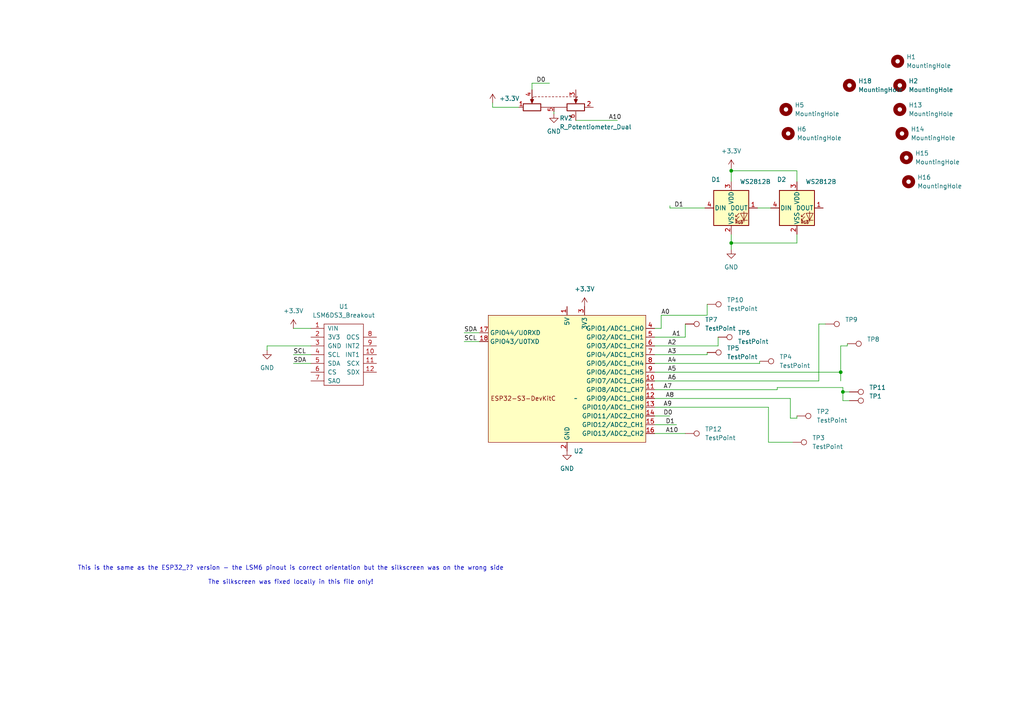
<source format=kicad_sch>
(kicad_sch (version 20231120) (generator "eeschema") (generator_version "8.0")
  (paper "A4")
  (lib_symbols
    (symbol "+3.3V_1" (power) (pin_numbers hide) (pin_names (offset 0) hide)
      (property "Value" "+3.3V" (at 0 3.556 0))
      (symbol "+3.3V_1_0_1"
        (polyline (pts (xy -0.762 1.27) (xy 0 2.54)))
        (polyline (pts (xy 0 0) (xy 0 2.54)))
        (polyline (pts (xy 0 2.54) (xy 0.762 1.27)))
      )
      (symbol "+3.3V_1_1_1"
        (pin power_in line (at 0 0 90) (length 0) (name "~") (number "1"))
      )
    )
    (symbol "Connector:TestPoint" (pin_numbers hide) (pin_names (offset 0.762) hide)
      (property "Reference" "TP" (at 0 6.858 0))
      (property "Value" "TestPoint" (at 0 5.08 0))
      (symbol "TestPoint_0_1"
        (circle (center 0 3.302) (radius 0.762))
      )
      (symbol "TestPoint_1_1"
        (pin passive line (at 0 0 90) (length 2.54) (name "1") (number "1"))
      )
    )
    (symbol "GND_1" (power) (pin_numbers hide) (pin_names (offset 0) hide)
      (property "Value" "GND" (at 0 -3.81 0))
      (symbol "GND_1_0_1"
        (polyline (pts (xy 0 0) (xy 0 -1.27) (xy 1.27 -1.27) (xy 0 -2.54) (xy -1.27 -1.27) (xy 0 -1.27)))
      )
      (symbol "GND_1_1_1"
        (pin power_in line (at 0 0 270) (length 0) (name "~") (number "1"))
      )
    )
    (symbol "LSM6DS3_Breakout:LSM6DS3_Breakout" (pin_names (offset 1.016))
      (property "Reference" "U" (at 0 0 0))
      (property "Value" "LSM6DS3_Breakout" (at -5.334 4.572 0))
      (symbol "LSM6DS3_Breakout_0_1"
        (polyline (pts (xy -10.16 -15.24) (xy -10.16 -16.51)))
        (polyline (pts (xy -10.16 -15.24) (xy -10.16 1.27) (xy 1.27 1.27) (xy 1.27 -15.24) (xy 1.27 -16.51) (xy -10.16 -16.51)))
      )
      (symbol "LSM6DS3_Breakout_1_1"
        (pin input line (at -13.97 0 0) (length 3.81) (name "VIN") (number "1"))
        (pin output line (at 5.08 -7.62 180) (length 3.81) (name "INT1") (number "10"))
        (pin input line (at 5.08 -10.16 180) (length 3.81) (name "SCX") (number "11"))
        (pin bidirectional line (at 5.08 -12.7 180) (length 3.81) (name "SDX") (number "12"))
        (pin input line (at -13.97 -2.54 0) (length 3.81) (name "3V3") (number "2"))
        (pin power_in line (at -13.97 -5.08 0) (length 3.81) (name "GND") (number "3"))
        (pin input line (at -13.97 -7.62 0) (length 3.81) (name "SCL") (number "4"))
        (pin bidirectional line (at -13.97 -10.16 0) (length 3.81) (name "SDA") (number "5"))
        (pin input line (at -13.97 -12.7 0) (length 3.81) (name "CS") (number "6"))
        (pin input line (at -13.97 -15.24 0) (length 3.81) (name "SAO") (number "7"))
        (pin input line (at 5.08 -2.54 180) (length 3.81) (name "OCS") (number "8"))
        (pin output line (at 5.08 -5.08 180) (length 3.81) (name "INT2") (number "9"))
      )
    )
    (symbol "Mechanical:MountingHole" (pin_names (offset 1.016))
      (property "Reference" "H" (at 0 5.08 0))
      (property "Value" "MountingHole" (at 0 3.175 0))
      (symbol "MountingHole_0_1"
        (circle (center 0 0) (radius 1.27) (stroke (width 1.27)))
      )
    )
    (symbol "hattwick:R_Potentiometer_Dual_Wheel" (pin_names (offset 1.016) hide)
      (property "Reference" "RV" (at 0 3.81 0))
      (property "Value" "R_Potentiometer_Dual" (at 0 1.905 0))
      (symbol "R_Potentiometer_Dual_Wheel_0_1"
        (rectangle (start -8.89 -1.524) (end -3.81 -3.556) (stroke (width 0.254)))
        (polyline (pts (xy -6.35 0) (xy -6.35 -1.016)))
        (polyline (pts (xy -6.35 0) (xy -6.35 -1.016)))
        (polyline (pts (xy -6.35 0) (xy -5.842 0.508)))
        (polyline (pts (xy -5.588 0.508) (xy -5.08 0.508)))
        (polyline (pts (xy -4.572 0.508) (xy -4.064 0.508)))
        (polyline (pts (xy -3.81 -2.54) (xy 3.81 -2.54)))
        (polyline (pts (xy -3.556 0.508) (xy -3.048 0.508)))
        (polyline (pts (xy -2.54 0.508) (xy -2.032 0.508)))
        (polyline (pts (xy -1.524 0.508) (xy -1.016 0.508)))
        (polyline (pts (xy -0.508 0.508) (xy 0 0.508)))
        (polyline (pts (xy 0.508 0.508) (xy 1.016 0.508)))
        (polyline (pts (xy 1.524 0.508) (xy 2.032 0.508)))
        (polyline (pts (xy 2.54 0.508) (xy 3.048 0.508)))
        (polyline (pts (xy 3.556 0.508) (xy 4.064 0.508)))
        (polyline (pts (xy 4.572 0.508) (xy 5.08 0.508)))
        (polyline (pts (xy 5.588 0.508) (xy 6.096 0.508)))
        (polyline (pts (xy 6.35 0) (xy 6.35 -1.016)))
        (polyline (pts (xy 6.35 0) (xy 6.35 -1.016)))
        (polyline (pts (xy 6.604 0.508) (xy 6.858 0.508) (xy 6.35 0)))
        (polyline (pts (xy -6.35 -1.397) (xy -6.858 -0.254) (xy -5.842 -0.254) (xy -6.35 -1.397)) (fill (type outline)))
        (polyline (pts (xy 6.35 -1.397) (xy 5.842 -0.254) (xy 6.858 -0.254) (xy 6.35 -1.397)) (fill (type outline)))
        (rectangle (start 3.81 -1.524) (end 8.89 -3.556) (stroke (width 0.254)))
      )
      (symbol "R_Potentiometer_Dual_Wheel_1_0"
        (pin passive line (at 6.35 -6.35 90) (length 2.54) (name "Shield") (number "6"))
      )
      (symbol "R_Potentiometer_Dual_Wheel_1_1"
        (pin passive line (at -10.16 -2.54 0) (length 1.27) (name "1A") (number "1"))
        (pin passive line (at 11.43 -2.54 180) (length 2.54) (name "2B") (number "2"))
        (pin passive line (at 6.35 2.54 270) (length 2.54) (name "2-Wiper") (number "3"))
        (pin passive line (at -6.35 2.54 270) (length 2.54) (name "1-Wiper") (number "4"))
        (pin passive line (at 0 -3.81 90) (length 1.27) (name "Common") (number "5"))
      )
    )
    (symbol "hattwick:WS2812B_THT_5MM" (pin_names (offset 0.254))
      (property "Reference" "D" (at 5.08 5.715 0))
      (property "Value" "WS2812B" (at 1.27 -5.715 0))
      (symbol "WS2812B_THT_5MM_0_0"
        (text "RGB" (at 2.286 -4.191 0) (effects (font (size 0.762 0.762))))
      )
      (symbol "WS2812B_THT_5MM_0_1"
        (rectangle (start -5.08 5.08) (end 5.08 -5.08) (stroke (width 0.254)) (fill (type background)))
        (polyline (pts (xy 1.27 -3.556) (xy 1.778 -3.556)))
        (polyline (pts (xy 1.27 -2.54) (xy 1.778 -2.54)))
        (polyline (pts (xy 4.699 -3.556) (xy 2.667 -3.556)))
        (polyline (pts (xy 2.286 -2.54) (xy 1.27 -3.556) (xy 1.27 -3.048)))
        (polyline (pts (xy 2.286 -1.524) (xy 1.27 -2.54) (xy 1.27 -2.032)))
        (polyline (pts (xy 3.683 -1.016) (xy 3.683 -3.556) (xy 3.683 -4.064)))
        (polyline (pts (xy 4.699 -1.524) (xy 2.667 -1.524) (xy 3.683 -3.556) (xy 4.699 -1.524)))
      )
      (symbol "WS2812B_THT_5MM_1_1"
        (pin output line (at 7.62 0 180) (length 2.54) (name "DOUT") (number "1"))
        (pin power_in line (at 0 -7.62 90) (length 2.54) (name "VSS") (number "2"))
        (pin power_in line (at 0 7.62 270) (length 2.54) (name "VDD") (number "3"))
        (pin input line (at -7.62 0 0) (length 2.54) (name "DIN") (number "4"))
      )
    )
    (symbol "hattwick:Wifiduino-ESP32S3"
      (property "Reference" "U" (at -22.86 46.99 0))
      (symbol "Wifiduino-ESP32S3_0_0"
        (text "ESP32-S3-DevKitC" (at -15.24 0 0) (effects (font (size 1.27 1.27))))
      )
      (symbol "Wifiduino-ESP32S3_0_1"
        (rectangle (start -25.4 24.13) (end 20.32 -12.7) (fill (type background)))
      )
      (symbol "Wifiduino-ESP32S3_1_0"
        (pin bidirectional line (at 22.86 -10.16 180) (length 2.54) (name "GPIO13/ADC2_CH2") (number "16"))
        (pin bidirectional line (at -27.94 19.05 0) (length 2.54) (name "GPIO44/U0RXD") (number "17"))
        (pin bidirectional line (at -27.94 16.51 0) (length 2.54) (name "GPIO43/U0TXD") (number "18"))
        (pin power_in line (at -2.54 -15.24 90) (length 2.54) (name "GND") (number "2"))
        (pin bidirectional line (at 22.86 20.32 180) (length 2.54) (name "GPIO1/ADC1_CH0") (number "4"))
        (pin bidirectional line (at 22.86 17.78 180) (length 2.54) (name "GPIO2/ADC1_CH1") (number "5"))
      )
      (symbol "Wifiduino-ESP32S3_1_1"
        (pin power_in line (at -2.54 26.67 270) (length 2.54) (name "5V") (number "1"))
        (pin bidirectional line (at 22.86 5.08 180) (length 2.54) (name "GPIO7/ADC1_CH6") (number "10"))
        (pin bidirectional line (at 22.86 2.54 180) (length 2.54) (name "GPIO8/ADC1_CH7") (number "11"))
        (pin bidirectional line (at 22.86 0 180) (length 2.54) (name "GPIO9/ADC1_CH8") (number "12"))
        (pin bidirectional line (at 22.86 -2.54 180) (length 2.54) (name "GPIO10/ADC1_CH9") (number "13"))
        (pin bidirectional line (at 22.86 -5.08 180) (length 2.54) (name "GPIO11/ADC2_CH0") (number "14"))
        (pin bidirectional line (at 22.86 -7.62 180) (length 2.54) (name "GPIO12/ADC2_CH1") (number "15"))
        (pin power_in line (at 2.54 26.67 270) (length 2.54) (name "3V3") (number "3"))
        (pin bidirectional line (at 22.86 15.24 180) (length 2.54) (name "GPIO3/ADC1_CH2") (number "6"))
        (pin bidirectional line (at 22.86 12.7 180) (length 2.54) (name "GPIO4/ADC1_CH3") (number "7"))
        (pin bidirectional line (at 22.86 10.16 180) (length 2.54) (name "GPIO5/ADC1_CH4") (number "8"))
        (pin bidirectional line (at 22.86 7.62 180) (length 2.54) (name "GPIO6/ADC1_CH5") (number "9"))
      )
    )
    (symbol "power:+3.3V" (power) (pin_names (offset 0))
      (property "Value" "+3.3V" (at 0 3.556 0))
      (symbol "+3.3V_0_1"
        (polyline (pts (xy -0.762 1.27) (xy 0 2.54)))
        (polyline (pts (xy 0 0) (xy 0 2.54)))
        (polyline (pts (xy 0 2.54) (xy 0.762 1.27)))
      )
      (symbol "+3.3V_1_1"
        (pin power_in line (at 0 0 90) (length 0) hide (name "+3.3V") (number "1"))
      )
    )
    (symbol "power:GND" (power) (pin_names (offset 0))
      (property "Value" "GND" (at 0 -3.81 0))
      (symbol "GND_0_1"
        (polyline (pts (xy 0 0) (xy 0 -1.27) (xy 1.27 -1.27) (xy 0 -2.54) (xy -1.27 -1.27) (xy 0 -1.27)))
      )
      (symbol "GND_1_1"
        (pin power_in line (at 0 0 270) (length 0) hide (name "GND") (number "1"))
      )
    )
  )
  (junction (at 212.09 49.53))
  (junction (at 212.09 70.485))
  (junction (at 243.84 107.95))
  (junction (at 244.475 113.665))
  (wire (pts (xy 220.345 104.775) (xy 220.345 105.41)))
  (wire (pts (xy 142.875 29.845) (xy 142.875 31.115)))
  (wire (pts (xy 189.865 120.65) (xy 194.31 120.65)))
  (wire (pts (xy 191.77 91.44) (xy 191.77 95.25)))
  (wire (pts (xy 189.865 107.95) (xy 243.84 107.95)))
  (wire (pts (xy 244.475 116.205) (xy 244.475 113.665)))
  (wire (pts (xy 244.475 113.665) (xy 246.38 113.665)))
  (wire (pts (xy 229.87 128.27) (xy 222.885 128.27)))
  (wire (pts (xy 191.77 95.25) (xy 189.865 95.25)))
  (wire (pts (xy 85.09 105.41) (xy 90.17 105.41)))
  (wire (pts (xy 150.495 31.115) (xy 142.875 31.115)))
  (wire (pts (xy 208.28 100.33) (xy 189.865 100.33)))
  (wire (pts (xy 154.305 24.13) (xy 154.305 26.035)))
  (wire (pts (xy 85.09 102.87) (xy 90.17 102.87)))
  (wire (pts (xy 246.38 116.205) (xy 244.475 116.205)))
  (wire (pts (xy 212.09 49.53) (xy 231.14 49.53)))
  (wire (pts (xy 134.62 99.06) (xy 139.065 99.06)))
  (wire (pts (xy 85.09 95.25) (xy 90.17 95.25)))
  (wire (pts (xy 244.475 112.395) (xy 244.475 113.665)))
  (wire (pts (xy 189.865 110.49) (xy 237.49 110.49)))
  (wire (pts (xy 231.14 120.65) (xy 231.14 121.285)))
  (wire (pts (xy 198.755 97.79) (xy 189.865 97.79)))
  (wire (pts (xy 134.62 96.52) (xy 139.065 96.52)))
  (wire (pts (xy 212.09 48.895) (xy 212.09 49.53)))
  (wire (pts (xy 208.28 97.79) (xy 208.28 100.33)))
  (wire (pts (xy 160.655 32.385) (xy 160.655 33.02)))
  (wire (pts (xy 77.47 100.33) (xy 90.17 100.33)))
  (wire (pts (xy 243.84 100.33) (xy 243.84 107.95)))
  (wire (pts (xy 245.745 100.33) (xy 243.84 100.33)))
  (wire (pts (xy 205.105 91.44) (xy 191.77 91.44)))
  (wire (pts (xy 212.09 70.485) (xy 231.14 70.485)))
  (wire (pts (xy 219.71 60.325) (xy 223.52 60.325)))
  (wire (pts (xy 229.235 121.285) (xy 229.235 115.57)))
  (wire (pts (xy 167.005 34.925) (xy 179.07 34.925)))
  (wire (pts (xy 212.09 70.485) (xy 212.09 72.39)))
  (wire (pts (xy 189.865 125.73) (xy 198.755 125.73)))
  (wire (pts (xy 243.84 107.95) (xy 243.84 110.49)))
  (wire (pts (xy 231.14 67.945) (xy 231.14 70.485)))
  (wire (pts (xy 222.885 128.27) (xy 222.885 118.11)))
  (wire (pts (xy 231.14 121.285) (xy 229.235 121.285)))
  (wire (pts (xy 231.14 52.705) (xy 231.14 49.53)))
  (wire (pts (xy 205.105 102.235) (xy 205.105 102.87)))
  (wire (pts (xy 212.09 67.945) (xy 212.09 70.485)))
  (wire (pts (xy 237.49 93.98) (xy 237.49 110.49)))
  (wire (pts (xy 225.425 112.395) (xy 225.425 113.03)))
  (wire (pts (xy 222.885 118.11) (xy 189.865 118.11)))
  (wire (pts (xy 229.235 115.57) (xy 189.865 115.57)))
  (wire (pts (xy 225.425 113.03) (xy 189.865 113.03)))
  (wire (pts (xy 205.105 88.265) (xy 205.105 91.44)))
  (wire (pts (xy 205.105 102.87) (xy 189.865 102.87)))
  (wire (pts (xy 194.31 59.69) (xy 194.31 60.325)))
  (wire (pts (xy 189.865 123.19) (xy 196.215 123.19)))
  (wire (pts (xy 198.755 93.98) (xy 198.755 97.79)))
  (wire (pts (xy 77.47 101.6) (xy 77.47 100.33)))
  (wire (pts (xy 154.305 24.13) (xy 159.385 24.13)))
  (wire (pts (xy 225.425 112.395) (xy 244.475 112.395)))
  (wire (pts (xy 239.395 93.98) (xy 237.49 93.98)))
  (wire (pts (xy 212.09 49.53) (xy 212.09 52.705)))
  (wire (pts (xy 204.47 60.325) (xy 194.31 60.325)))
  (wire (pts (xy 220.345 105.41) (xy 189.865 105.41)))
  (wire (pts (xy 245.745 99.695) (xy 245.745 100.33)))
  (text "This is the same as the ESP32_?? version - the LSM6 pinout is correct orientation but the silkscreen was on the wrong side\n\nThe silkscreen was fixed locally in this file only!" (at 84.328 166.878 0) (effects (font (size 1.27 1.27))))
  (label "A9" (at 192.405 118.11 0))
  (label "A4" (at 193.675 105.41 0))
  (label "D0" (at 155.575 24.13 0))
  (label "SCL" (at 85.09 102.87 0))
  (label "SCL" (at 134.62 99.06 0))
  (label "SDA" (at 85.09 105.41 0))
  (label "A2" (at 193.675 100.33 0))
  (label "A0" (at 191.77 91.44 0))
  (label "A3" (at 193.675 102.87 0))
  (label "SDA" (at 134.62 96.52 0))
  (label "A10" (at 176.53 34.925 0))
  (label "A10" (at 193.04 125.73 0))
  (label "D1" (at 195.58 60.325 0))
  (label "A8" (at 193.04 115.57 0))
  (label "A7" (at 192.405 113.03 0))
  (label "D1" (at 193.04 123.19 0))
  (label "D0" (at 192.405 120.65 0))
  (label "A6" (at 193.675 110.49 0))
  (label "A5" (at 193.675 107.95 0))
  (label "A1" (at 194.945 97.79 0))
  (symbol (lib_id "Connector:TestPoint") (at 208.28 97.79 270) (unit 1)
    (property "Reference" "TP6" (at 213.995 96.52 90) (effects (justify left)))
    (property "Value" "TestPoint" (at 213.995 99.06 90) (effects (justify left)))
    (property "Footprint" "ih_kicad:recorder-touchpad" (effects (hide yes)))
  )
  (symbol (lib_id "Connector:TestPoint") (at 198.755 125.73 270) (unit 1)
    (property "Reference" "TP12" (at 204.47 124.46 90) (effects (justify left)))
    (property "Value" "TestPoint" (at 204.47 127 90) (effects (justify left)))
    (property "Footprint" "ih_kicad:recorder-touchpad-alt-up" (effects (hide yes)))
  )
  (symbol (lib_id "hattwick:R_Potentiometer_Dual_Wheel") (at 160.655 28.575 0) (unit 1)
    (property "Reference" "RV2" (at 162.3061 34.29 0) (effects (justify left)))
    (property "Value" "R_Potentiometer_Dual" (at 162.3061 36.83 0) (effects (justify left)))
    (property "Footprint" "ih_kicad:potentiometer_wheel_10mm_SMD-shield" (effects (hide yes)))
  )
  (symbol (lib_id "power:GND") (at 212.09 72.39 0) (unit 1)
    (property "Reference" "#PWR04" (effects (hide yes)))
    (property "Value" "GND" (at 212.09 77.47 0))
  )
  (symbol (lib_id "Connector:TestPoint") (at 231.14 120.65 270) (unit 1)
    (property "Reference" "TP2" (at 236.855 119.38 90) (effects (justify left)))
    (property "Value" "TestPoint" (at 236.855 121.92 90) (effects (justify left)))
    (property "Footprint" "ih_kicad:recorder-touchpad" (effects (hide yes)))
  )
  (symbol (lib_id "hattwick:WS2812B_THT_5MM") (at 212.09 60.325 0) (unit 1)
    (property "Reference" "D1" (at 207.645 52.07 0))
    (property "Value" "WS2812B" (at 219.075 52.705 0))
    (property "Footprint" "LED_THT:LED_D5.0mm-4_RGB_Wide_Pins" (effects (hide yes)))
    (property "Datasheet" "https://cdn-shop.adafruit.com/datasheets/WS2812B.pdf" (effects (hide yes)))
  )
  (symbol (lib_id "Connector:TestPoint") (at 229.87 128.27 270) (unit 1)
    (property "Reference" "TP3" (at 235.585 127 90) (effects (justify left)))
    (property "Value" "TestPoint" (at 235.585 129.54 90) (effects (justify left)))
    (property "Footprint" "ih_kicad:recorder-touchpad" (effects (hide yes)))
  )
  (symbol (lib_id "Mechanical:MountingHole") (at 227.965 31.75 0) (unit 1)
    (property "Reference" "H5" (at 230.505 30.48 0) (effects (justify left)))
    (property "Value" "MountingHole" (at 230.505 33.02 0) (effects (justify left)))
    (property "Footprint" "MountingHole:MountingHole_3.2mm_M3_ISO14580" (effects (hide yes)))
  )
  (symbol (lib_id "Mechanical:MountingHole") (at 246.38 24.765 0) (unit 1)
    (property "Reference" "H18" (at 248.92 23.495 0) (effects (justify left)))
    (property "Value" "MountingHole" (at 248.92 26.035 0) (effects (justify left)))
    (property "Footprint" "MountingHole:MountingHole_4.5mm" (effects (hide yes)))
  )
  (symbol (lib_id "power:GND") (at 160.655 33.02 0) (unit 1)
    (property "Reference" "#PWR05" (effects (hide yes)))
    (property "Value" "GND" (at 160.655 38.1 0))
  )
  (symbol (lib_name "GND_1") (lib_id "power:GND") (at 77.47 101.6 0) (unit 1)
    (property "Reference" "#PWR09" (effects (hide yes)))
    (property "Value" "GND" (at 77.47 106.68 0))
    (property "Description" "Power symbol creates a global label with name \"GND\" , ground" (effects (hide yes)))
  )
  (symbol (lib_id "hattwick:WS2812B_THT_5MM") (at 231.14 60.325 0) (unit 1)
    (property "Reference" "D2" (at 226.695 52.07 0))
    (property "Value" "WS2812B" (at 238.125 52.705 0))
    (property "Footprint" "LED_THT:LED_D5.0mm-4_RGB_Wide_Pins" (effects (hide yes)))
    (property "Datasheet" "https://cdn-shop.adafruit.com/datasheets/WS2812B.pdf" (effects (hide yes)))
  )
  (symbol (lib_id "Mechanical:MountingHole") (at 260.985 24.765 0) (unit 1)
    (property "Reference" "H2" (at 263.525 23.495 0) (effects (justify left)))
    (property "Value" "MountingHole" (at 263.525 26.035 0) (effects (justify left)))
    (property "Footprint" "MountingHole:MountingHole_4.5mm" (effects (hide yes)))
  )
  (symbol (lib_id "Connector:TestPoint") (at 246.38 116.205 270) (unit 1)
    (property "Reference" "TP1" (at 252.095 114.935 90) (effects (justify left)))
    (property "Value" "TestPoint" (effects (hide yes)))
    (property "Footprint" "ih_kicad:recorder-touchpad" (effects (hide yes)))
  )
  (symbol (lib_id "Mechanical:MountingHole") (at 263.525 52.705 0) (unit 1)
    (property "Reference" "H16" (at 266.065 51.435 0) (effects (justify left)))
    (property "Value" "MountingHole" (at 266.065 53.975 0) (effects (justify left)))
    (property "Footprint" "MountingHole:MountingHole_4.5mm" (effects (hide yes)))
  )
  (symbol (lib_id "hattwick:Wifiduino-ESP32S3") (at 167.005 115.57 0) (unit 1)
    (property "Reference" "U2" (at 166.4209 130.81 0) (effects (justify left)))
    (property "Value" "~" (at 167.005 115.57 0))
    (property "Footprint" "ih_kicad:Wifiduino-ESP32S3-SMD" (effects (hide yes)))
  )
  (symbol (lib_id "Connector:TestPoint") (at 220.345 104.775 270) (unit 1)
    (property "Reference" "TP4" (at 226.06 103.505 90) (effects (justify left)))
    (property "Value" "TestPoint" (at 226.06 106.045 90) (effects (justify left)))
    (property "Footprint" "ih_kicad:recorder-touchpad" (effects (hide yes)))
  )
  (symbol (lib_id "power:+3.3V") (at 169.545 88.9 0) (unit 1)
    (property "Reference" "#PWR02" (effects (hide yes)))
    (property "Value" "+3.3V" (at 169.545 83.82 0))
  )
  (symbol (lib_id "Connector:TestPoint") (at 245.745 99.695 270) (unit 1)
    (property "Reference" "TP8" (at 251.46 98.425 90) (effects (justify left)))
    (property "Value" "TestPoint" (effects (hide yes)))
    (property "Footprint" "ih_kicad:recorder-touchpad-alt-up" (effects (hide yes)))
  )
  (symbol (lib_id "LSM6DS3_Breakout:LSM6DS3_Breakout") (at 104.14 95.25 0) (unit 1)
    (property "Reference" "U1" (at 99.695 88.9 0))
    (property "Value" "LSM6DS3_Breakout" (at 99.695 91.44 0))
    (property "Footprint" "ih_kicad:LSM6DS3_Breakout_oneSide" (effects (hide yes)))
  )
  (symbol (lib_id "Connector:TestPoint") (at 239.395 93.98 270) (unit 1)
    (property "Reference" "TP9" (at 245.11 92.71 90) (effects (justify left)))
    (property "Value" "TestPoint" (effects (hide yes)))
    (property "Footprint" "ih_kicad:recorder-touchtrack_120mm" (effects (hide yes)))
  )
  (symbol (lib_id "power:GND") (at 164.465 130.81 0) (unit 1)
    (property "Reference" "#PWR01" (effects (hide yes)))
    (property "Value" "GND" (at 164.465 135.89 0))
  )
  (symbol (lib_id "Mechanical:MountingHole") (at 261.62 38.735 0) (unit 1)
    (property "Reference" "H14" (at 264.16 37.465 0) (effects (justify left)))
    (property "Value" "MountingHole" (at 264.16 40.005 0) (effects (justify left)))
    (property "Footprint" "MountingHole:MountingHole_4.5mm" (effects (hide yes)))
  )
  (symbol (lib_id "Connector:TestPoint") (at 198.755 93.98 270) (unit 1)
    (property "Reference" "TP7" (at 204.47 92.71 90) (effects (justify left)))
    (property "Value" "TestPoint" (at 204.47 95.25 90) (effects (justify left)))
    (property "Footprint" "ih_kicad:recorder-touchpad" (effects (hide yes)))
  )
  (symbol (lib_id "Mechanical:MountingHole") (at 260.985 31.75 0) (unit 1)
    (property "Reference" "H13" (at 263.525 30.48 0) (effects (justify left)))
    (property "Value" "MountingHole" (at 263.525 33.02 0) (effects (justify left)))
    (property "Footprint" "MountingHole:MountingHole_4.5mm" (effects (hide yes)))
  )
  (symbol (lib_id "power:+3.3V") (at 142.875 29.845 0) (unit 1)
    (property "Reference" "#PWR06" (effects (hide yes)))
    (property "Value" "+3.3V" (at 144.78 28.575 0) (effects (justify left)))
  )
  (symbol (lib_id "Mechanical:MountingHole") (at 260.35 17.78 0) (unit 1)
    (property "Reference" "H1" (at 262.89 16.51 0) (effects (justify left)))
    (property "Value" "MountingHole" (at 262.89 19.05 0) (effects (justify left)))
    (property "Footprint" "MountingHole:MountingHole_4.5mm" (effects (hide yes)))
  )
  (symbol (lib_id "Connector:TestPoint") (at 205.105 88.265 270) (unit 1)
    (property "Reference" "TP10" (at 210.82 86.995 90) (effects (justify left)))
    (property "Value" "TestPoint" (at 210.82 89.535 90) (effects (justify left)))
    (property "Footprint" "ih_kicad:recorder-touchpad" (effects (hide yes)))
  )
  (symbol (lib_id "Mechanical:MountingHole") (at 262.89 45.72 0) (unit 1)
    (property "Reference" "H15" (at 265.43 44.45 0) (effects (justify left)))
    (property "Value" "MountingHole" (at 265.43 46.99 0) (effects (justify left)))
    (property "Footprint" "MountingHole:MountingHole_4.5mm" (effects (hide yes)))
  )
  (symbol (lib_id "power:+3.3V") (at 212.09 48.895 0) (unit 1)
    (property "Reference" "#PWR03" (effects (hide yes)))
    (property "Value" "+3.3V" (at 212.09 43.815 0))
  )
  (symbol (lib_id "Connector:TestPoint") (at 205.105 102.235 270) (unit 1)
    (property "Reference" "TP5" (at 210.82 100.965 90) (effects (justify left)))
    (property "Value" "TestPoint" (at 210.82 103.505 90) (effects (justify left)))
    (property "Footprint" "ih_kicad:recorder-touchpad" (effects (hide yes)))
  )
  (symbol (lib_name "+3.3V_1") (lib_id "power:+3.3V") (at 85.09 95.25 0) (unit 1)
    (property "Reference" "#PWR010" (effects (hide yes)))
    (property "Value" "+3.3V" (at 85.09 90.17 0))
    (property "Description" "Power symbol creates a global label with name \"+3.3V\"" (effects (hide yes)))
  )
  (symbol (lib_id "Connector:TestPoint") (at 246.38 113.665 270) (unit 1)
    (property "Reference" "TP11" (at 252.095 112.395 90) (effects (justify left)))
    (property "Value" "TestPoint" (effects (hide yes)))
    (property "Footprint" "ih_kicad:recorder-touchpad-narrow" (effects (hide yes)))
  )
  (symbol (lib_id "Mechanical:MountingHole") (at 228.6 38.735 0) (unit 1)
    (property "Reference" "H6" (at 231.14 37.465 0) (effects (justify left)))
    (property "Value" "MountingHole" (at 231.14 40.005 0) (effects (justify left)))
    (property "Footprint" "MountingHole:MountingHole_3.2mm_M3_ISO14580" (effects (hide yes)))
  )
)
</source>
